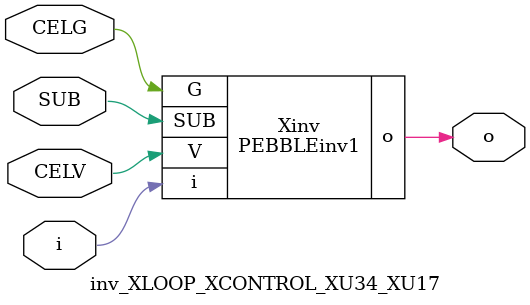
<source format=v>



module PEBBLEinv1 ( o, G, SUB, V, i );

  input V;
  input i;
  input G;
  output o;
  input SUB;
endmodule

//Celera Confidential Do Not Copy inv_XLOOP_XCONTROL_XU34_XU17
//Celera Confidential Symbol Generator
//5V Inverter
module inv_XLOOP_XCONTROL_XU34_XU17 (CELV,CELG,i,o,SUB);
input CELV;
input CELG;
input i;
input SUB;
output o;

//Celera Confidential Do Not Copy inv
PEBBLEinv1 Xinv(
.V (CELV),
.i (i),
.o (o),
.SUB (SUB),
.G (CELG)
);
//,diesize,PEBBLEinv1

//Celera Confidential Do Not Copy Module End
//Celera Schematic Generator
endmodule

</source>
